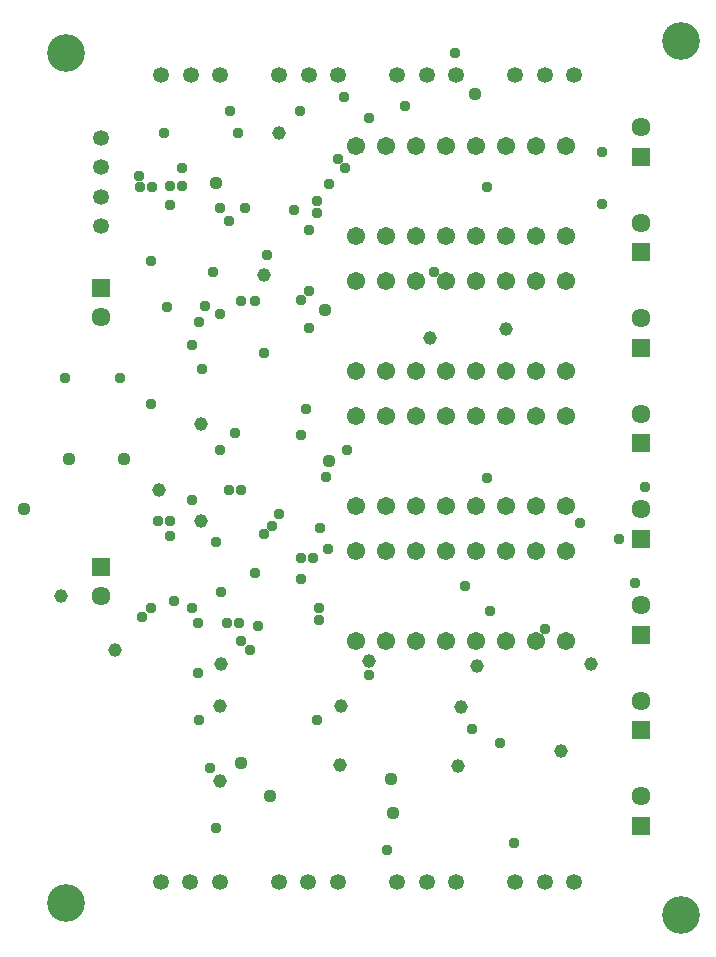
<source format=gbr>
G04 EAGLE Gerber RS-274X export*
G75*
%MOMM*%
%FSLAX34Y34*%
%LPD*%
%INSoldermask Bottom*%
%IPPOS*%
%AMOC8*
5,1,8,0,0,1.08239X$1,22.5*%
G01*
G04 Define Apertures*
%ADD10C,3.203200*%
%ADD11C,1.546600*%
%ADD12R,1.611200X1.611200*%
%ADD13C,1.611200*%
%ADD14C,1.351200*%
%ADD15C,1.109600*%
%ADD16C,1.159600*%
%ADD17C,0.959600*%
D10*
X60000Y790000D03*
X60000Y70000D03*
X580000Y800000D03*
X580000Y60000D03*
D11*
X304800Y292100D03*
X330200Y292100D03*
X355600Y292100D03*
X381000Y292100D03*
X406400Y292100D03*
X431800Y292100D03*
X457200Y292100D03*
X482600Y292100D03*
X482600Y368300D03*
X457200Y368300D03*
X431800Y368300D03*
X406400Y368300D03*
X381000Y368300D03*
X355600Y368300D03*
X330200Y368300D03*
X304800Y368300D03*
X304800Y635000D03*
X330200Y635000D03*
X355600Y635000D03*
X381000Y635000D03*
X406400Y635000D03*
X431800Y635000D03*
X457200Y635000D03*
X482600Y635000D03*
X482600Y711200D03*
X457200Y711200D03*
X431800Y711200D03*
X406400Y711200D03*
X381000Y711200D03*
X355600Y711200D03*
X330200Y711200D03*
X304800Y711200D03*
X304800Y520700D03*
X330200Y520700D03*
X355600Y520700D03*
X381000Y520700D03*
X406400Y520700D03*
X431800Y520700D03*
X457200Y520700D03*
X482600Y520700D03*
X482600Y596900D03*
X457200Y596900D03*
X431800Y596900D03*
X406400Y596900D03*
X381000Y596900D03*
X355600Y596900D03*
X330200Y596900D03*
X304800Y596900D03*
X304800Y406400D03*
X330200Y406400D03*
X355600Y406400D03*
X381000Y406400D03*
X406400Y406400D03*
X431800Y406400D03*
X457200Y406400D03*
X482600Y406400D03*
X482600Y482600D03*
X457200Y482600D03*
X431800Y482600D03*
X406400Y482600D03*
X381000Y482600D03*
X355600Y482600D03*
X330200Y482600D03*
X304800Y482600D03*
D12*
X546100Y702400D03*
D13*
X546100Y727400D03*
D12*
X546100Y621457D03*
D13*
X546100Y646457D03*
D12*
X546100Y540514D03*
D13*
X546100Y565514D03*
D12*
X546100Y459571D03*
D13*
X546100Y484571D03*
D12*
X546100Y378629D03*
D13*
X546100Y403629D03*
D12*
X546100Y297686D03*
D13*
X546100Y322686D03*
D12*
X546100Y216743D03*
D13*
X546100Y241743D03*
D12*
X546100Y135800D03*
D13*
X546100Y160800D03*
D14*
X190300Y771100D03*
X165300Y771100D03*
X140300Y771100D03*
X290200Y771100D03*
X265200Y771100D03*
X240200Y771100D03*
X390100Y771100D03*
X365100Y771100D03*
X340100Y771100D03*
X490000Y771100D03*
X465000Y771100D03*
X440000Y771100D03*
X139700Y88200D03*
X164700Y88200D03*
X189700Y88200D03*
X239800Y88200D03*
X264800Y88200D03*
X289800Y88200D03*
X339900Y88200D03*
X364900Y88200D03*
X389900Y88200D03*
X440000Y88200D03*
X465000Y88200D03*
X490000Y88200D03*
D12*
X88900Y355300D03*
D13*
X88900Y330300D03*
D14*
X88900Y718500D03*
X88900Y693500D03*
X88900Y668500D03*
X88900Y643500D03*
D12*
X88900Y591500D03*
D13*
X88900Y566500D03*
D15*
X207500Y188750D03*
X232500Y161250D03*
X336250Y146250D03*
X335000Y175000D03*
X406250Y755000D03*
X186250Y680000D03*
X62500Y446250D03*
X108750Y446250D03*
X278750Y572500D03*
X282500Y445000D03*
X23750Y403750D03*
D16*
X240000Y722500D03*
X227500Y602500D03*
X173750Y393750D03*
X173750Y476250D03*
X55000Y330000D03*
X138750Y420000D03*
X190000Y237500D03*
X190000Y173750D03*
X316250Y275000D03*
X191250Y272500D03*
D17*
X121250Y686250D03*
X190000Y453750D03*
X197500Y420000D03*
X197500Y647500D03*
X157500Y692500D03*
X157500Y677500D03*
X252500Y657500D03*
X257500Y741250D03*
X346250Y745000D03*
X272500Y665000D03*
X295000Y752500D03*
X265000Y640000D03*
X230000Y618750D03*
X198750Y741250D03*
X172500Y225000D03*
X183750Y605000D03*
X272500Y225000D03*
X258750Y581250D03*
X123750Y312500D03*
X220000Y580000D03*
X220000Y350000D03*
X177500Y576250D03*
X147500Y661250D03*
X132500Y676250D03*
X142500Y722500D03*
X316250Y735000D03*
X145000Y575000D03*
X272500Y655000D03*
X290000Y700000D03*
X205000Y722500D03*
X122500Y676250D03*
X371250Y605000D03*
X131250Y613750D03*
X190000Y568750D03*
X190000Y658750D03*
X147500Y677500D03*
X207500Y580000D03*
X211250Y658750D03*
X282500Y678750D03*
X296250Y692500D03*
X388750Y790000D03*
X166250Y542500D03*
X175000Y522500D03*
X227500Y536250D03*
X172500Y562500D03*
X416250Y676250D03*
X513750Y706250D03*
X513750Y662500D03*
D16*
X292500Y237500D03*
X291250Y187500D03*
X432500Y556250D03*
X367500Y548750D03*
D17*
X202500Y468750D03*
X207500Y420000D03*
X397500Y338750D03*
X541250Y341250D03*
X465000Y302500D03*
X495000Y392500D03*
X550000Y422500D03*
X527500Y378750D03*
D16*
X101250Y285000D03*
D17*
X403750Y217500D03*
X418750Y317500D03*
X273750Y320000D03*
X268750Y362500D03*
X273750Y310000D03*
X258750Y345000D03*
X227500Y382500D03*
X233750Y390000D03*
X240000Y400000D03*
X281250Y370000D03*
X331250Y115000D03*
X196250Y307500D03*
X416250Y430000D03*
X206250Y307500D03*
X207500Y292500D03*
X131250Y320000D03*
X151250Y326250D03*
X181250Y185000D03*
X427500Y206250D03*
X275000Y387500D03*
X186250Y376250D03*
X222500Y305000D03*
X137500Y393750D03*
X147500Y393750D03*
X131250Y492500D03*
X262500Y488750D03*
X297500Y453750D03*
X147500Y381250D03*
X186250Y133750D03*
X438750Y121250D03*
X191250Y333750D03*
X215000Y285000D03*
X171250Y307500D03*
X171250Y265000D03*
X316250Y263750D03*
X166250Y320000D03*
X166250Y411250D03*
X280000Y431250D03*
D16*
X393750Y236250D03*
X391250Y186250D03*
X407500Y271250D03*
X503750Y272500D03*
X478750Y198750D03*
D17*
X265000Y588750D03*
X265000Y557500D03*
X105000Y515000D03*
X58750Y515000D03*
X258750Y362500D03*
X258750Y466250D03*
M02*

</source>
